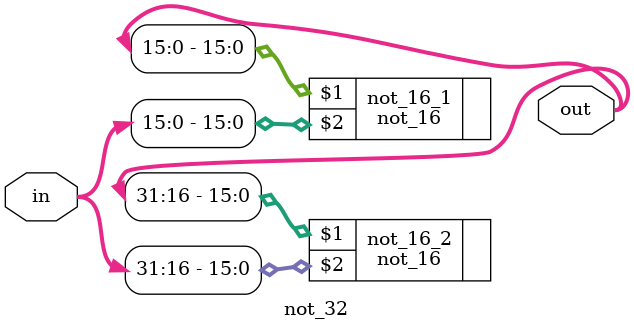
<source format=v>
module not_32(out,in);
	input[31:0] in;
	output[31:0] out;
	not_16 not_16_1(out[15:0],in[15:0]);
	not_16 not_16_2(out[31:16],in[31:16]);
endmodule
	
</source>
